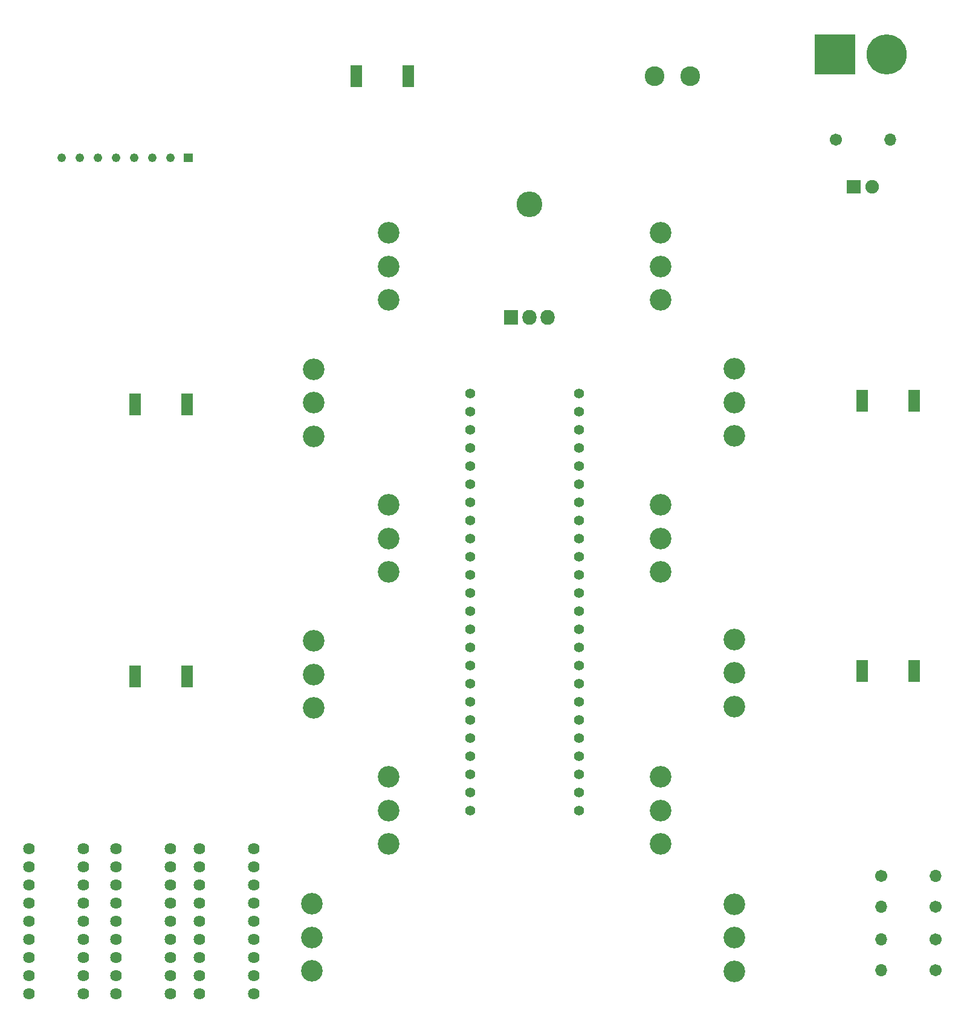
<source format=gts>
G04 #@! TF.GenerationSoftware,KiCad,Pcbnew,(5.1.10)-1*
G04 #@! TF.CreationDate,2022-01-22T23:19:17-05:00*
G04 #@! TF.ProjectId,Launchbox,4c61756e-6368-4626-9f78-2e6b69636164,Launchbox*
G04 #@! TF.SameCoordinates,Original*
G04 #@! TF.FileFunction,Soldermask,Top*
G04 #@! TF.FilePolarity,Negative*
%FSLAX46Y46*%
G04 Gerber Fmt 4.6, Leading zero omitted, Abs format (unit mm)*
G04 Created by KiCad (PCBNEW (5.1.10)-1) date 2022-01-22 23:19:17*
%MOMM*%
%LPD*%
G01*
G04 APERTURE LIST*
%ADD10C,2.768600*%
%ADD11C,5.617600*%
%ADD12O,2.006600X2.101600*%
%ADD13O,3.601600X3.601600*%
%ADD14C,1.244600*%
%ADD15C,1.422400*%
%ADD16C,1.625600*%
%ADD17O,1.701600X1.701600*%
%ADD18C,1.701600*%
%ADD19C,1.901600*%
%ADD20C,3.022600*%
G04 APERTURE END LIST*
D10*
X123150000Y-45974000D03*
X118150000Y-45974000D03*
G36*
G01*
X140613200Y-45684000D02*
X140613200Y-40168000D01*
G75*
G02*
X140664000Y-40117200I50800J0D01*
G01*
X146180000Y-40117200D01*
G75*
G02*
X146230800Y-40168000I0J-50800D01*
G01*
X146230800Y-45684000D01*
G75*
G02*
X146180000Y-45734800I-50800J0D01*
G01*
X140664000Y-45734800D01*
G75*
G02*
X140613200Y-45684000I0J50800D01*
G01*
G37*
D11*
X150622000Y-42926000D03*
D12*
X103124000Y-79756000D03*
X100584000Y-79756000D03*
G36*
G01*
X97040700Y-80756000D02*
X97040700Y-78756000D01*
G75*
G02*
X97091500Y-78705200I50800J0D01*
G01*
X98996500Y-78705200D01*
G75*
G02*
X99047300Y-78756000I0J-50800D01*
G01*
X99047300Y-80756000D01*
G75*
G02*
X98996500Y-80806800I-50800J0D01*
G01*
X97091500Y-80806800D01*
G75*
G02*
X97040700Y-80756000I0J50800D01*
G01*
G37*
D13*
X100584000Y-63956000D03*
D14*
X35064000Y-57396000D03*
X37604000Y-57396000D03*
X40144000Y-57396000D03*
X42684000Y-57396000D03*
X45224000Y-57396000D03*
X47764000Y-57396000D03*
X50304000Y-57396000D03*
G36*
G01*
X52221700Y-57967501D02*
X52221700Y-56824499D01*
G75*
G02*
X52272499Y-56773700I50799J0D01*
G01*
X53415501Y-56773700D01*
G75*
G02*
X53466300Y-56824499I0J-50799D01*
G01*
X53466300Y-57967501D01*
G75*
G02*
X53415501Y-58018300I-50799J0D01*
G01*
X52272499Y-58018300D01*
G75*
G02*
X52221700Y-57967501I0J50799D01*
G01*
G37*
G36*
G01*
X155288000Y-92990800D02*
X153764000Y-92990800D01*
G75*
G02*
X153713200Y-92940000I0J50800D01*
G01*
X153713200Y-89940000D01*
G75*
G02*
X153764000Y-89889200I50800J0D01*
G01*
X155288000Y-89889200D01*
G75*
G02*
X155338800Y-89940000I0J-50800D01*
G01*
X155338800Y-92940000D01*
G75*
G02*
X155288000Y-92990800I-50800J0D01*
G01*
G37*
G36*
G01*
X147988000Y-92990800D02*
X146464000Y-92990800D01*
G75*
G02*
X146413200Y-92940000I0J50800D01*
G01*
X146413200Y-89940000D01*
G75*
G02*
X146464000Y-89889200I50800J0D01*
G01*
X147988000Y-89889200D01*
G75*
G02*
X148038800Y-89940000I0J-50800D01*
G01*
X148038800Y-92940000D01*
G75*
G02*
X147988000Y-92990800I-50800J0D01*
G01*
G37*
G36*
G01*
X53434000Y-131598800D02*
X51910000Y-131598800D01*
G75*
G02*
X51859200Y-131548000I0J50800D01*
G01*
X51859200Y-128548000D01*
G75*
G02*
X51910000Y-128497200I50800J0D01*
G01*
X53434000Y-128497200D01*
G75*
G02*
X53484800Y-128548000I0J-50800D01*
G01*
X53484800Y-131548000D01*
G75*
G02*
X53434000Y-131598800I-50800J0D01*
G01*
G37*
G36*
G01*
X46134000Y-131598800D02*
X44610000Y-131598800D01*
G75*
G02*
X44559200Y-131548000I0J50800D01*
G01*
X44559200Y-128548000D01*
G75*
G02*
X44610000Y-128497200I50800J0D01*
G01*
X46134000Y-128497200D01*
G75*
G02*
X46184800Y-128548000I0J-50800D01*
G01*
X46184800Y-131548000D01*
G75*
G02*
X46134000Y-131598800I-50800J0D01*
G01*
G37*
G36*
G01*
X155288000Y-130836800D02*
X153764000Y-130836800D01*
G75*
G02*
X153713200Y-130786000I0J50800D01*
G01*
X153713200Y-127786000D01*
G75*
G02*
X153764000Y-127735200I50800J0D01*
G01*
X155288000Y-127735200D01*
G75*
G02*
X155338800Y-127786000I0J-50800D01*
G01*
X155338800Y-130786000D01*
G75*
G02*
X155288000Y-130836800I-50800J0D01*
G01*
G37*
G36*
G01*
X147988000Y-130836800D02*
X146464000Y-130836800D01*
G75*
G02*
X146413200Y-130786000I0J50800D01*
G01*
X146413200Y-127786000D01*
G75*
G02*
X146464000Y-127735200I50800J0D01*
G01*
X147988000Y-127735200D01*
G75*
G02*
X148038800Y-127786000I0J-50800D01*
G01*
X148038800Y-130786000D01*
G75*
G02*
X147988000Y-130836800I-50800J0D01*
G01*
G37*
G36*
G01*
X84422000Y-47524800D02*
X82898000Y-47524800D01*
G75*
G02*
X82847200Y-47474000I0J50800D01*
G01*
X82847200Y-44474000D01*
G75*
G02*
X82898000Y-44423200I50800J0D01*
G01*
X84422000Y-44423200D01*
G75*
G02*
X84472800Y-44474000I0J-50800D01*
G01*
X84472800Y-47474000D01*
G75*
G02*
X84422000Y-47524800I-50800J0D01*
G01*
G37*
G36*
G01*
X77122000Y-47524800D02*
X75598000Y-47524800D01*
G75*
G02*
X75547200Y-47474000I0J50800D01*
G01*
X75547200Y-44474000D01*
G75*
G02*
X75598000Y-44423200I50800J0D01*
G01*
X77122000Y-44423200D01*
G75*
G02*
X77172800Y-44474000I0J-50800D01*
G01*
X77172800Y-47474000D01*
G75*
G02*
X77122000Y-47524800I-50800J0D01*
G01*
G37*
G36*
G01*
X53434000Y-93498800D02*
X51910000Y-93498800D01*
G75*
G02*
X51859200Y-93448000I0J50800D01*
G01*
X51859200Y-90448000D01*
G75*
G02*
X51910000Y-90397200I50800J0D01*
G01*
X53434000Y-90397200D01*
G75*
G02*
X53484800Y-90448000I0J-50800D01*
G01*
X53484800Y-93448000D01*
G75*
G02*
X53434000Y-93498800I-50800J0D01*
G01*
G37*
G36*
G01*
X46134000Y-93498800D02*
X44610000Y-93498800D01*
G75*
G02*
X44559200Y-93448000I0J50800D01*
G01*
X44559200Y-90448000D01*
G75*
G02*
X44610000Y-90397200I50800J0D01*
G01*
X46134000Y-90397200D01*
G75*
G02*
X46184800Y-90448000I0J-50800D01*
G01*
X46184800Y-93448000D01*
G75*
G02*
X46134000Y-93498800I-50800J0D01*
G01*
G37*
D15*
X107525000Y-90409000D03*
X107525000Y-92949000D03*
X107525000Y-95489000D03*
X107525000Y-98029000D03*
X107525000Y-100569000D03*
X107525000Y-103109000D03*
X107525000Y-105649000D03*
X107525000Y-108189000D03*
X107525000Y-110729000D03*
X107525000Y-113269000D03*
X107525000Y-115809000D03*
X107525000Y-118349000D03*
X107525000Y-120889000D03*
X107525000Y-123429000D03*
X107525000Y-125969000D03*
X107525000Y-128509000D03*
X107525000Y-131049000D03*
X107525000Y-133589000D03*
X107525000Y-136129000D03*
X107525000Y-138669000D03*
X107525000Y-141209000D03*
X107525000Y-143749000D03*
X107525000Y-146289000D03*
X107525000Y-148829000D03*
X92285000Y-90409000D03*
X92285000Y-92949000D03*
X92285000Y-95489000D03*
X92285000Y-98029000D03*
X92285000Y-100569000D03*
X92285000Y-103109000D03*
X92285000Y-105649000D03*
X92285000Y-108189000D03*
X92285000Y-110729000D03*
X92285000Y-113269000D03*
X92285000Y-115809000D03*
X92285000Y-118349000D03*
X92285000Y-120889000D03*
X92285000Y-123429000D03*
X92285000Y-125969000D03*
X92285000Y-128509000D03*
X92285000Y-131049000D03*
X92285000Y-133589000D03*
X92285000Y-136129000D03*
X92285000Y-138669000D03*
X92285000Y-141209000D03*
X92285000Y-143749000D03*
X92285000Y-146289000D03*
X92285000Y-148829000D03*
D16*
X38100000Y-156718000D03*
X38100000Y-169418000D03*
X38100000Y-171958000D03*
X38100000Y-154178000D03*
X38100000Y-159258000D03*
X38100000Y-166878000D03*
X38100000Y-164338000D03*
X38100000Y-161798000D03*
X38100000Y-174498000D03*
X30480000Y-174498000D03*
X30480000Y-171958000D03*
X30480000Y-169418000D03*
X30480000Y-166878000D03*
X30480000Y-164338000D03*
X30480000Y-161798000D03*
X30480000Y-159258000D03*
X30480000Y-156718000D03*
X30480000Y-154178000D03*
D17*
X151130000Y-54864000D03*
D18*
X143510000Y-54864000D03*
D19*
X148590000Y-61468000D03*
G36*
G01*
X145099200Y-62368000D02*
X145099200Y-60568000D01*
G75*
G02*
X145150000Y-60517200I50800J0D01*
G01*
X146950000Y-60517200D01*
G75*
G02*
X147000800Y-60568000I0J-50800D01*
G01*
X147000800Y-62368000D01*
G75*
G02*
X146950000Y-62418800I-50800J0D01*
G01*
X145150000Y-62418800D01*
G75*
G02*
X145099200Y-62368000I0J50800D01*
G01*
G37*
D20*
X129286000Y-134239000D03*
X129286000Y-129540000D03*
X129286000Y-124841000D03*
D16*
X61976000Y-156718000D03*
X61976000Y-169418000D03*
X61976000Y-171958000D03*
X61976000Y-154178000D03*
X61976000Y-159258000D03*
X61976000Y-166878000D03*
X61976000Y-164338000D03*
X61976000Y-161798000D03*
X61976000Y-174498000D03*
X54356000Y-174498000D03*
X54356000Y-171958000D03*
X54356000Y-169418000D03*
X54356000Y-166878000D03*
X54356000Y-164338000D03*
X54356000Y-161798000D03*
X54356000Y-159258000D03*
X54356000Y-156718000D03*
X54356000Y-154178000D03*
D20*
X118955000Y-115428000D03*
X118955000Y-110729000D03*
X118955000Y-106030000D03*
X118955000Y-153528000D03*
X118955000Y-148829000D03*
X118955000Y-144130000D03*
X80855000Y-115428000D03*
X80855000Y-110729000D03*
X80855000Y-106030000D03*
X80855000Y-153528000D03*
X80855000Y-148829000D03*
X80855000Y-144130000D03*
X70358000Y-96393000D03*
X70358000Y-91694000D03*
X70358000Y-86995000D03*
X129286000Y-96378000D03*
X129286000Y-91679000D03*
X129286000Y-86980000D03*
X70358000Y-134478000D03*
X70358000Y-129779000D03*
X70358000Y-125080000D03*
X129286000Y-171323000D03*
X129286000Y-166624000D03*
X129286000Y-161925000D03*
D17*
X149860000Y-166878000D03*
D18*
X157480000Y-166878000D03*
D20*
X80855000Y-77328000D03*
X80855000Y-72629000D03*
X80855000Y-67930000D03*
D17*
X149860000Y-171196000D03*
D18*
X157480000Y-171196000D03*
D16*
X50292000Y-156718000D03*
X50292000Y-169418000D03*
X50292000Y-171958000D03*
X50292000Y-154178000D03*
X50292000Y-159258000D03*
X50292000Y-166878000D03*
X50292000Y-164338000D03*
X50292000Y-161798000D03*
X50292000Y-174498000D03*
X42672000Y-174498000D03*
X42672000Y-171958000D03*
X42672000Y-169418000D03*
X42672000Y-166878000D03*
X42672000Y-164338000D03*
X42672000Y-161798000D03*
X42672000Y-159258000D03*
X42672000Y-156718000D03*
X42672000Y-154178000D03*
D20*
X70104000Y-171308000D03*
X70104000Y-166609000D03*
X70104000Y-161910000D03*
D17*
X157480000Y-157988000D03*
D18*
X149860000Y-157988000D03*
D20*
X118955000Y-77328000D03*
X118955000Y-72629000D03*
X118955000Y-67930000D03*
D17*
X149860000Y-162306000D03*
D18*
X157480000Y-162306000D03*
M02*

</source>
